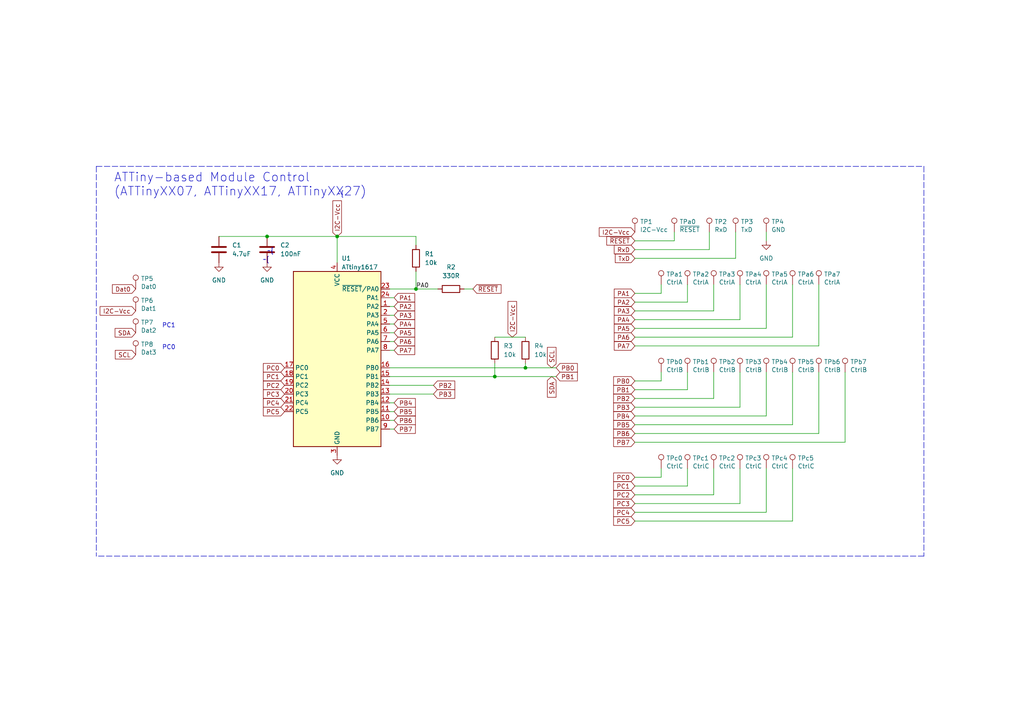
<source format=kicad_sch>
(kicad_sch (version 20211123) (generator eeschema)
  (paper "A4")
  (lib_symbols
    (symbol "Connector:TestPoint" (pin_numbers hide) (pin_names (offset 0.762) hide)
      (property "Reference" "TP" (at 0 6.858 0))
      (property "Value" "TestPoint" (at 0 5.08 0))
      (symbol "TestPoint_0_1"
        (circle (center 0 3.302) (radius 0.762))
      )
      (symbol "TestPoint_1_1"
        (pin passive line (at 0 0 90) (length 2.54) (name "1") (number "1"))
      )
    )
    (symbol "Device:C" (pin_numbers hide) (pin_names (offset 0.254))
      (property "Reference" "C" (at 0.635 2.54 0))
      (property "Value" "C" (at 0.635 -2.54 0))
      (symbol "C_0_1"
        (polyline (pts (xy -2.032 -0.762) (xy 2.032 -0.762)) (stroke (width 0.508)))
        (polyline (pts (xy -2.032 0.762) (xy 2.032 0.762)) (stroke (width 0.508)))
      )
      (symbol "C_1_1"
        (pin passive line (at 0 3.81 270) (length 2.794) (name "~") (number "1"))
        (pin passive line (at 0 -3.81 90) (length 2.794) (name "~") (number "2"))
      )
    )
    (symbol "Device:R" (pin_numbers hide) (pin_names (offset 0))
      (property "Reference" "R" (at 2.032 0 90))
      (property "Value" "R" (at 0 0 90))
      (symbol "R_0_1"
        (rectangle (start -1.016 -2.54) (end 1.016 2.54) (stroke (width 0.254)))
      )
      (symbol "R_1_1"
        (pin passive line (at 0 3.81 270) (length 1.27) (name "~") (number "1"))
        (pin passive line (at 0 -3.81 90) (length 1.27) (name "~") (number "2"))
      )
    )
    (symbol "MCU_Microchip_ATtiny:ATtiny817-M"
      (property "Reference" "U" (at -12.7 26.67 0))
      (property "Value" "ATtiny817-M" (at 2.54 -26.67 0))
      (symbol "ATtiny817-M_0_1"
        (rectangle (start -12.7 -25.4) (end 12.7 25.4) (stroke (width 0.254)) (fill (type background)))
      )
      (symbol "ATtiny817-M_1_1"
        (pin bidirectional line (at 15.24 15.24 180) (length 2.54) (name "PA2") (number "1"))
        (pin bidirectional line (at 15.24 -17.78 180) (length 2.54) (name "PB6") (number "10"))
        (pin bidirectional line (at 15.24 -15.24 180) (length 2.54) (name "PB5") (number "11"))
        (pin bidirectional line (at 15.24 -12.7 180) (length 2.54) (name "PB4") (number "12"))
        (pin bidirectional line (at 15.24 -10.16 180) (length 2.54) (name "PB3") (number "13"))
        (pin bidirectional line (at 15.24 -7.62 180) (length 2.54) (name "PB2") (number "14"))
        (pin bidirectional line (at 15.24 -5.08 180) (length 2.54) (name "PB1") (number "15"))
        (pin bidirectional line (at 15.24 -2.54 180) (length 2.54) (name "PB0") (number "16"))
        (pin bidirectional line (at -15.24 -2.54 0) (length 2.54) (name "PC0") (number "17"))
        (pin bidirectional line (at -15.24 -5.08 0) (length 2.54) (name "PC1") (number "18"))
        (pin bidirectional line (at -15.24 -7.62 0) (length 2.54) (name "PC2") (number "19"))
        (pin bidirectional line (at 15.24 12.7 180) (length 2.54) (name "PA3") (number "2"))
        (pin bidirectional line (at -15.24 -10.16 0) (length 2.54) (name "PC3") (number "20"))
        (pin bidirectional line (at -15.24 -12.7 0) (length 2.54) (name "PC4") (number "21"))
        (pin bidirectional line (at -15.24 -15.24 0) (length 2.54) (name "PC5") (number "22"))
        (pin bidirectional line (at 15.24 20.32 180) (length 2.54) (name "~{RESET}/PA0") (number "23"))
        (pin bidirectional line (at 15.24 17.78 180) (length 2.54) (name "PA1") (number "24"))
        (pin passive line (at 0 -27.94 90) (length 2.54) hide (name "GND") (number "25"))
        (pin power_in line (at 0 -27.94 90) (length 2.54) (name "GND") (number "3"))
        (pin power_in line (at 0 27.94 270) (length 2.54) (name "VCC") (number "4"))
        (pin bidirectional line (at 15.24 10.16 180) (length 2.54) (name "PA4") (number "5"))
        (pin bidirectional line (at 15.24 7.62 180) (length 2.54) (name "PA5") (number "6"))
        (pin bidirectional line (at 15.24 5.08 180) (length 2.54) (name "PA6") (number "7"))
        (pin bidirectional line (at 15.24 2.54 180) (length 2.54) (name "PA7") (number "8"))
        (pin bidirectional line (at 15.24 -20.32 180) (length 2.54) (name "PB7") (number "9"))
      )
    )
    (symbol "power:GND" (power) (pin_names (offset 0))
      (property "Value" "GND" (at 0 -3.81 0))
      (symbol "GND_0_1"
        (polyline (pts (xy 0 0) (xy 0 -1.27) (xy 1.27 -1.27) (xy 0 -2.54) (xy -1.27 -1.27) (xy 0 -1.27)))
      )
      (symbol "GND_1_1"
        (pin power_in line (at 0 0 270) (length 0) hide (name "GND") (number "1"))
      )
    )
  )
  (junction (at 152.4 106.68))
  (junction (at 97.79 68.58))
  (junction (at 120.65 83.82))
  (junction (at 77.47 68.58))
  (junction (at 143.51 109.22))
  (wire (pts (xy 113.03 124.46) (xy 114.3 124.46)))
  (wire (pts (xy 207.01 135.89) (xy 207.01 143.51)))
  (wire (pts (xy 191.77 85.09) (xy 191.77 82.55)))
  (wire (pts (xy 113.03 121.92) (xy 114.3 121.92)))
  (wire (pts (xy 113.03 114.3) (xy 125.73 114.3)))
  (wire (pts (xy 184.15 69.85) (xy 195.58 69.85)))
  (wire (pts (xy 229.87 135.89) (xy 229.87 151.13)))
  (wire (pts (xy 113.03 91.44) (xy 114.3 91.44)))
  (wire (pts (xy 237.49 125.73) (xy 237.49 107.95)))
  (wire (pts (xy 229.87 97.79) (xy 229.87 82.55)))
  (wire (pts (xy 222.25 95.25) (xy 222.25 82.55)))
  (wire (pts (xy 120.65 78.74) (xy 120.65 83.82)))
  (wire (pts (xy 113.03 99.06) (xy 114.3 99.06)))
  (wire (pts (xy 97.79 68.58) (xy 97.79 76.2)))
  (wire (pts (xy 143.51 105.41) (xy 143.51 109.22)))
  (wire (pts (xy 184.15 120.65) (xy 222.25 120.65)))
  (wire (pts (xy 184.15 87.63) (xy 199.39 87.63)))
  (wire (pts (xy 191.77 138.43) (xy 191.77 135.89)))
  (wire (pts (xy 113.03 111.76) (xy 125.73 111.76)))
  (wire (pts (xy 184.15 92.71) (xy 214.63 92.71)))
  (wire (pts (xy 205.74 72.39) (xy 205.74 67.31)))
  (wire (pts (xy 77.47 68.58) (xy 97.79 68.58)))
  (wire (pts (xy 222.25 69.85) (xy 222.25 67.31)))
  (wire (pts (xy 184.15 115.57) (xy 207.01 115.57)))
  (wire (pts (xy 113.03 86.36) (xy 114.3 86.36)))
  (wire (pts (xy 191.77 110.49) (xy 191.77 107.95)))
  (wire (pts (xy 113.03 93.98) (xy 114.3 93.98)))
  (wire (pts (xy 214.63 107.95) (xy 214.63 118.11)))
  (wire (pts (xy 152.4 106.68) (xy 113.03 106.68)))
  (wire (pts (xy 184.15 110.49) (xy 191.77 110.49)))
  (wire (pts (xy 113.03 96.52) (xy 114.3 96.52)))
  (wire (pts (xy 184.15 148.59) (xy 222.25 148.59)))
  (wire (pts (xy 113.03 119.38) (xy 114.3 119.38)))
  (wire (pts (xy 184.15 74.93) (xy 213.36 74.93)))
  (wire (pts (xy 184.15 140.97) (xy 199.39 140.97)))
  (wire (pts (xy 113.03 83.82) (xy 120.65 83.82)))
  (wire (pts (xy 184.15 97.79) (xy 229.87 97.79)))
  (wire (pts (xy 184.15 151.13) (xy 229.87 151.13)))
  (wire (pts (xy 63.5 68.58) (xy 77.47 68.58)))
  (wire (pts (xy 184.15 113.03) (xy 199.39 113.03)))
  (wire (pts (xy 199.39 113.03) (xy 199.39 107.95)))
  (wire (pts (xy 184.15 90.17) (xy 207.01 90.17)))
  (wire (pts (xy 184.15 138.43) (xy 191.77 138.43)))
  (polyline (pts (xy 27.94 48.26) (xy 267.97 48.26)))
  (wire (pts (xy 184.15 118.11) (xy 214.63 118.11)))
  (wire (pts (xy 229.87 123.19) (xy 229.87 107.95)))
  (wire (pts (xy 120.65 68.58) (xy 120.65 71.12)))
  (polyline (pts (xy 27.94 48.26) (xy 27.94 161.29)))
  (wire (pts (xy 184.15 128.27) (xy 245.11 128.27)))
  (wire (pts (xy 120.65 83.82) (xy 127 83.82)))
  (wire (pts (xy 184.15 85.09) (xy 191.77 85.09)))
  (wire (pts (xy 184.15 95.25) (xy 222.25 95.25)))
  (polyline (pts (xy 267.97 48.26) (xy 267.97 161.29)))
  (wire (pts (xy 195.58 69.85) (xy 195.58 67.31)))
  (wire (pts (xy 97.79 68.58) (xy 120.65 68.58)))
  (wire (pts (xy 214.63 82.55) (xy 214.63 92.71)))
  (wire (pts (xy 207.01 115.57) (xy 207.01 107.95)))
  (wire (pts (xy 199.39 140.97) (xy 199.39 135.89)))
  (wire (pts (xy 245.11 128.27) (xy 245.11 107.95)))
  (wire (pts (xy 143.51 97.79) (xy 152.4 97.79)))
  (wire (pts (xy 207.01 90.17) (xy 207.01 82.55)))
  (wire (pts (xy 184.15 125.73) (xy 237.49 125.73)))
  (wire (pts (xy 222.25 135.89) (xy 222.25 148.59)))
  (wire (pts (xy 184.15 72.39) (xy 205.74 72.39)))
  (wire (pts (xy 184.15 146.05) (xy 214.63 146.05)))
  (wire (pts (xy 113.03 101.6) (xy 114.3 101.6)))
  (wire (pts (xy 213.36 74.93) (xy 213.36 67.31)))
  (wire (pts (xy 134.62 83.82) (xy 137.16 83.82)))
  (wire (pts (xy 143.51 109.22) (xy 113.03 109.22)))
  (polyline (pts (xy 267.97 161.29) (xy 27.94 161.29)))
  (wire (pts (xy 184.15 143.51) (xy 207.01 143.51)))
  (wire (pts (xy 152.4 105.41) (xy 152.4 106.68)))
  (wire (pts (xy 222.25 120.65) (xy 222.25 107.95)))
  (wire (pts (xy 237.49 100.33) (xy 237.49 82.55)))
  (wire (pts (xy 199.39 87.63) (xy 199.39 82.55)))
  (wire (pts (xy 214.63 135.89) (xy 214.63 146.05)))
  (wire (pts (xy 113.03 88.9) (xy 114.3 88.9)))
  (wire (pts (xy 161.29 109.22) (xy 143.51 109.22)))
  (wire (pts (xy 113.03 116.84) (xy 114.3 116.84)))
  (wire (pts (xy 184.15 100.33) (xy 237.49 100.33)))
  (wire (pts (xy 184.15 123.19) (xy 229.87 123.19)))
  (wire (pts (xy 161.29 106.68) (xy 152.4 106.68)))
  (text "~{" (at 77.47 73.66 0) (effects (font (size 1.27 1.27)) (justify left bottom)))
  (text "PC0" (at 46.99 101.6 0) (effects (font (size 1.27 1.27)) (justify left bottom)))
  (text "~{" (at 76.2 76.2 0) (effects (font (size 1.27 1.27)) (justify left bottom)))
  (text "ATTiny-based Module Control\n(ATTinyXX07, ATTinyXX17, ATTinyXX27)" (at 33.02 57.15 0) (effects (font (size 2.54 2.54)) (justify left bottom)))
  (text "PC1" (at 46.99 95.25 0) (effects (font (size 1.27 1.27)) (justify left bottom)))
  (text "~{" (at 97.79 57.15 0) (effects (font (size 1.27 1.27)) (justify left bottom)))
  (label "PA0" (at 120.65 83.82 0))
  (global_label "RxD" (shape input) (at 184.15 72.39 180) (property "Intersheet References" "${INTERSHEET_REFS}" (effects hide)))
  (global_label "PB6" (shape input) (at 114.3 121.92 0) (property "Intersheet References" "${INTERSHEET_REFS}" (effects hide)))
  (global_label "I2C-Vcc" (shape input) (at 97.79 68.58 90) (property "Intersheet References" "${INTERSHEET_REFS}" (effects hide)))
  (global_label "PB1" (shape input) (at 184.15 113.03 180) (property "Intersheet References" "${INTERSHEET_REFS}" (effects hide)))
  (global_label "PB4" (shape input) (at 184.15 120.65 180) (property "Intersheet References" "${INTERSHEET_REFS}" (effects hide)))
  (global_label "SCL" (shape input) (at 160.02 106.68 90) (property "Intersheet References" "${INTERSHEET_REFS}" (effects hide)))
  (global_label "PA4" (shape input) (at 184.15 92.71 180) (property "Intersheet References" "${INTERSHEET_REFS}" (effects hide)))
  (global_label "TxD" (shape input) (at 184.15 74.93 180) (property "Intersheet References" "${INTERSHEET_REFS}" (effects hide)))
  (global_label "PB0" (shape input) (at 184.15 110.49 180) (property "Intersheet References" "${INTERSHEET_REFS}" (effects hide)))
  (global_label "SDA" (shape input) (at 160.02 109.22 270) (property "Intersheet References" "${INTERSHEET_REFS}" (effects hide)))
  (global_label "PC3" (shape input) (at 184.15 146.05 180) (property "Intersheet References" "${INTERSHEET_REFS}" (effects hide)))
  (global_label "PA2" (shape input) (at 114.3 88.9 0) (property "Intersheet References" "${INTERSHEET_REFS}" (effects hide)))
  (global_label "I2C-Vcc" (shape input) (at 184.15 67.31 180) (property "Intersheet References" "${INTERSHEET_REFS}" (effects hide)))
  (global_label "PC4" (shape input) (at 184.15 148.59 180) (property "Intersheet References" "${INTERSHEET_REFS}" (effects hide)))
  (global_label "PA2" (shape input) (at 184.15 87.63 180) (property "Intersheet References" "${INTERSHEET_REFS}" (effects hide)))
  (global_label "PA6" (shape input) (at 114.3 99.06 0) (property "Intersheet References" "${INTERSHEET_REFS}" (effects hide)))
  (global_label "PB3" (shape input) (at 184.15 118.11 180) (property "Intersheet References" "${INTERSHEET_REFS}" (effects hide)))
  (global_label "SDA" (shape input) (at 39.37 96.52 180) (property "Intersheet References" "${INTERSHEET_REFS}" (effects hide)))
  (global_label "PB6" (shape input) (at 184.15 125.73 180) (property "Intersheet References" "${INTERSHEET_REFS}" (effects hide)))
  (global_label "PA5" (shape input) (at 184.15 95.25 180) (property "Intersheet References" "${INTERSHEET_REFS}" (effects hide)))
  (global_label "PC3" (shape input) (at 82.55 114.3 180) (property "Intersheet References" "${INTERSHEET_REFS}" (effects hide)))
  (global_label "PC2" (shape input) (at 184.15 143.51 180) (property "Intersheet References" "${INTERSHEET_REFS}" (effects hide)))
  (global_label "PA4" (shape input) (at 114.3 93.98 0) (property "Intersheet References" "${INTERSHEET_REFS}" (effects hide)))
  (global_label "~{RESET}" (shape input) (at 184.15 69.85 180) (property "Intersheet References" "${INTERSHEET_REFS}" (effects hide)))
  (global_label "PB5" (shape input) (at 184.15 123.19 180) (property "Intersheet References" "${INTERSHEET_REFS}" (effects hide)))
  (global_label "PC0" (shape input) (at 184.15 138.43 180) (property "Intersheet References" "${INTERSHEET_REFS}" (effects hide)))
  (global_label "PA3" (shape input) (at 184.15 90.17 180) (property "Intersheet References" "${INTERSHEET_REFS}" (effects hide)))
  (global_label "PB5" (shape input) (at 114.3 119.38 0) (property "Intersheet References" "${INTERSHEET_REFS}" (effects hide)))
  (global_label "PB1" (shape input) (at 161.29 109.22 0) (property "Intersheet References" "${INTERSHEET_REFS}" (effects hide)))
  (global_label "PC1" (shape input) (at 82.55 109.22 180) (property "Intersheet References" "${INTERSHEET_REFS}" (effects hide)))
  (global_label "PA1" (shape input) (at 184.15 85.09 180) (property "Intersheet References" "${INTERSHEET_REFS}" (effects hide)))
  (global_label "PB2" (shape input) (at 125.73 111.76 0) (property "Intersheet References" "${INTERSHEET_REFS}" (effects hide)))
  (global_label "PA7" (shape input) (at 184.15 100.33 180) (property "Intersheet References" "${INTERSHEET_REFS}" (effects hide)))
  (global_label "PA3" (shape input) (at 114.3 91.44 0) (property "Intersheet References" "${INTERSHEET_REFS}" (effects hide)))
  (global_label "PB2" (shape input) (at 184.15 115.57 180) (property "Intersheet References" "${INTERSHEET_REFS}" (effects hide)))
  (global_label "PC5" (shape input) (at 82.55 119.38 180) (property "Intersheet References" "${INTERSHEET_REFS}" (effects hide)))
  (global_label "~{RESET}" (shape input) (at 137.16 83.82 0) (property "Intersheet References" "${INTERSHEET_REFS}" (effects hide)))
  (global_label "PA6" (shape input) (at 184.15 97.79 180) (property "Intersheet References" "${INTERSHEET_REFS}" (effects hide)))
  (global_label "PC5" (shape input) (at 184.15 151.13 180) (property "Intersheet References" "${INTERSHEET_REFS}" (effects hide)))
  (global_label "Dat0" (shape input) (at 39.37 83.82 180) (property "Intersheet References" "${INTERSHEET_REFS}" (effects hide)))
  (global_label "PB7" (shape input) (at 184.15 128.27 180) (property "Intersheet References" "${INTERSHEET_REFS}" (effects hide)))
  (global_label "PB3" (shape input) (at 125.73 114.3 0) (property "Intersheet References" "${INTERSHEET_REFS}" (effects hide)))
  (global_label "PC4" (shape input) (at 82.55 116.84 180) (property "Intersheet References" "${INTERSHEET_REFS}" (effects hide)))
  (global_label "SCL" (shape input) (at 39.37 102.87 180) (property "Intersheet References" "${INTERSHEET_REFS}" (effects hide)))
  (global_label "PB7" (shape input) (at 114.3 124.46 0) (property "Intersheet References" "${INTERSHEET_REFS}" (effects hide)))
  (global_label "PC0" (shape input) (at 82.55 106.68 180) (property "Intersheet References" "${INTERSHEET_REFS}" (effects hide)))
  (global_label "PC1" (shape input) (at 184.15 140.97 180) (property "Intersheet References" "${INTERSHEET_REFS}" (effects hide)))
  (global_label "PA1" (shape input) (at 114.3 86.36 0) (property "Intersheet References" "${INTERSHEET_REFS}" (effects hide)))
  (global_label "PC2" (shape input) (at 82.55 111.76 180) (property "Intersheet References" "${INTERSHEET_REFS}" (effects hide)))
  (global_label "I2C-Vcc" (shape input) (at 148.59 97.79 90) (property "Intersheet References" "${INTERSHEET_REFS}" (effects hide)))
  (global_label "PA5" (shape input) (at 114.3 96.52 0) (property "Intersheet References" "${INTERSHEET_REFS}" (effects hide)))
  (global_label "PB4" (shape input) (at 114.3 116.84 0) (property "Intersheet References" "${INTERSHEET_REFS}" (effects hide)))
  (global_label "I2C-Vcc" (shape input) (at 39.37 90.17 180) (property "Intersheet References" "${INTERSHEET_REFS}" (effects hide)))
  (global_label "PB0" (shape input) (at 161.29 106.68 0) (property "Intersheet References" "${INTERSHEET_REFS}" (effects hide)))
  (global_label "PA7" (shape input) (at 114.3 101.6 0) (property "Intersheet References" "${INTERSHEET_REFS}" (effects hide)))
  (symbol (lib_id "Connector:TestPoint") (at 39.37 83.82 0) (unit 1) (in_bom no)
    (property "Reference" "TP5" (at 40.8432 80.8228 0) (effects (justify left)))
    (property "Value" "Dat0" (at 40.8432 83.1342 0) (effects (justify left)))
    (property "Footprint" "tinker:TestPoint_THTPad_D1.0mm_Drill0.5mm" (effects hide))
  )
  (symbol (lib_id "Connector:TestPoint") (at 39.37 102.87 0) (unit 1) (in_bom no)
    (property "Reference" "TP8" (at 40.8432 99.8728 0) (effects (justify left)))
    (property "Value" "Dat3" (at 40.8432 102.1842 0) (effects (justify left)))
    (property "Footprint" "tinker:TestPoint_THTPad_D1.0mm_Drill0.5mm" (effects hide))
  )
  (symbol (lib_id "Connector:TestPoint") (at 214.63 135.89 0) (unit 1) (in_bom no)
    (property "Reference" "TPc3" (at 216.1032 132.8928 0) (effects (justify left)))
    (property "Value" "CtrlC" (at 216.1032 135.2042 0) (effects (justify left)))
    (property "Footprint" "tinker:TestPoint_THTPad_D1.0mm_Drill0.5mm" (effects hide))
  )
  (symbol (lib_id "Connector:TestPoint") (at 214.63 107.95 0) (unit 1) (in_bom no)
    (property "Reference" "TPb3" (at 216.1032 104.9528 0) (effects (justify left)))
    (property "Value" "CtrlB" (at 216.1032 107.2642 0) (effects (justify left)))
    (property "Footprint" "tinker:TestPoint_THTPad_D1.0mm_Drill0.5mm" (effects hide))
  )
  (symbol (lib_id "Connector:TestPoint") (at 191.77 82.55 0) (unit 1) (in_bom no)
    (property "Reference" "TPa1" (at 193.2432 79.5528 0) (effects (justify left)))
    (property "Value" "CtrlA" (at 193.2432 81.8642 0) (effects (justify left)))
    (property "Footprint" "tinker:TestPoint_THTPad_D1.0mm_Drill0.5mm" (effects hide))
  )
  (symbol (lib_id "Connector:TestPoint") (at 222.25 67.31 0) (unit 1) (in_bom no)
    (property "Reference" "TP4" (at 223.7232 64.3128 0) (effects (justify left)))
    (property "Value" "GND" (at 223.7232 66.6242 0) (effects (justify left)))
    (property "Footprint" "tinker:TestPoint_THTPad_D1.0mm_Drill0.5mm" (effects hide))
  )
  (symbol (lib_id "Device:R") (at 120.65 74.93 0) (unit 1)
    (property "Reference" "R1" (at 123.19 73.6599 0) (effects (justify left)))
    (property "Value" "10k" (at 123.19 76.1999 0) (effects (justify left)))
    (property "Footprint" "Resistor_SMD:R_0603_1608Metric" (effects hide))
    (property "LCSC" "C25804" (effects hide))
  )
  (symbol (lib_id "Connector:TestPoint") (at 205.74 67.31 0) (unit 1) (in_bom no) (on_board no)
    (property "Reference" "TP2" (at 207.2132 64.3128 0) (effects (justify left)))
    (property "Value" "RxD" (at 207.2132 66.6242 0) (effects (justify left)))
    (property "Footprint" "tinker:TestPoint_THTPad_D1.0mm_Drill0.5mm" (effects hide))
  )
  (symbol (lib_id "Connector:TestPoint") (at 195.58 67.31 0) (unit 1) (in_bom no)
    (property "Reference" "TPa0" (at 197.0532 64.3128 0) (effects (justify left)))
    (property "Value" "~{RESET}" (at 197.0532 66.6242 0) (effects (justify left)))
    (property "Footprint" "tinker:TestPoint_THTPad_D1.0mm_Drill0.5mm" (effects hide))
  )
  (symbol (lib_id "Connector:TestPoint") (at 191.77 135.89 0) (unit 1) (in_bom no)
    (property "Reference" "TPc0" (at 193.2432 132.8928 0) (effects (justify left)))
    (property "Value" "CtrlC" (at 193.2432 135.2042 0) (effects (justify left)))
    (property "Footprint" "tinker:TestPoint_THTPad_D1.0mm_Drill0.5mm" (effects hide))
  )
  (symbol (lib_id "Connector:TestPoint") (at 39.37 96.52 0) (unit 1) (in_bom no)
    (property "Reference" "TP7" (at 40.8432 93.5228 0) (effects (justify left)))
    (property "Value" "Dat2" (at 40.8432 95.8342 0) (effects (justify left)))
    (property "Footprint" "tinker:TestPoint_THTPad_D1.0mm_Drill0.5mm" (effects hide))
  )
  (symbol (lib_id "Connector:TestPoint") (at 222.25 82.55 0) (unit 1) (in_bom no)
    (property "Reference" "TPa5" (at 223.7232 79.5528 0) (effects (justify left)))
    (property "Value" "CtrlA" (at 223.7232 81.8642 0) (effects (justify left)))
    (property "Footprint" "tinker:TestPoint_THTPad_D1.0mm_Drill0.5mm" (effects hide))
  )
  (symbol (lib_id "Connector:TestPoint") (at 237.49 82.55 0) (unit 1) (in_bom no)
    (property "Reference" "TPa7" (at 238.9632 79.5528 0) (effects (justify left)))
    (property "Value" "CtrlA" (at 238.9632 81.8642 0) (effects (justify left)))
    (property "Footprint" "tinker:TestPoint_THTPad_D1.0mm_Drill0.5mm" (effects hide))
  )
  (symbol (lib_id "Connector:TestPoint") (at 207.01 82.55 0) (unit 1) (in_bom no)
    (property "Reference" "TPa3" (at 208.4832 79.5528 0) (effects (justify left)))
    (property "Value" "CtrlA" (at 208.4832 81.8642 0) (effects (justify left)))
    (property "Footprint" "tinker:TestPoint_THTPad_D1.0mm_Drill0.5mm" (effects hide))
  )
  (symbol (lib_id "Connector:TestPoint") (at 184.15 67.31 0) (unit 1) (in_bom no)
    (property "Reference" "TP1" (at 185.6232 64.3128 0) (effects (justify left)))
    (property "Value" "I2C-Vcc" (at 185.6232 66.6242 0) (effects (justify left)))
    (property "Footprint" "tinker:TestPoint_THTPad_D1.0mm_Drill0.5mm" (effects hide))
  )
  (symbol (lib_id "Connector:TestPoint") (at 214.63 82.55 0) (unit 1) (in_bom no)
    (property "Reference" "TPa4" (at 216.1032 79.5528 0) (effects (justify left)))
    (property "Value" "CtrlA" (at 216.1032 81.8642 0) (effects (justify left)))
    (property "Footprint" "tinker:TestPoint_THTPad_D1.0mm_Drill0.5mm" (effects hide))
  )
  (symbol (lib_id "power:GND") (at 97.79 132.08 0) (unit 1)
    (property "Reference" "#PWR04" (effects hide))
    (property "Value" "GND" (at 97.79 137.16 0))
  )
  (symbol (lib_id "Connector:TestPoint") (at 191.77 107.95 0) (unit 1) (in_bom no)
    (property "Reference" "TPb0" (at 193.2432 104.9528 0) (effects (justify left)))
    (property "Value" "CtrlB" (at 193.2432 107.2642 0) (effects (justify left)))
    (property "Footprint" "tinker:TestPoint_THTPad_D1.0mm_Drill0.5mm" (effects hide))
  )
  (symbol (lib_id "Connector:TestPoint") (at 207.01 107.95 0) (unit 1) (in_bom no)
    (property "Reference" "TPb2" (at 208.4832 104.9528 0) (effects (justify left)))
    (property "Value" "CtrlB" (at 208.4832 107.2642 0) (effects (justify left)))
    (property "Footprint" "tinker:TestPoint_THTPad_D1.0mm_Drill0.5mm" (effects hide))
  )
  (symbol (lib_id "Connector:TestPoint") (at 199.39 135.89 0) (unit 1) (in_bom no)
    (property "Reference" "TPc1" (at 200.8632 132.8928 0) (effects (justify left)))
    (property "Value" "CtrlC" (at 200.8632 135.2042 0) (effects (justify left)))
    (property "Footprint" "tinker:TestPoint_THTPad_D1.0mm_Drill0.5mm" (effects hide))
  )
  (symbol (lib_id "Connector:TestPoint") (at 222.25 135.89 0) (unit 1) (in_bom no)
    (property "Reference" "TPc4" (at 223.7232 132.8928 0) (effects (justify left)))
    (property "Value" "CtrlC" (at 223.7232 135.2042 0) (effects (justify left)))
    (property "Footprint" "tinker:TestPoint_THTPad_D1.0mm_Drill0.5mm" (effects hide))
  )
  (symbol (lib_id "Connector:TestPoint") (at 237.49 107.95 0) (unit 1) (in_bom no)
    (property "Reference" "TPb6" (at 238.9632 104.9528 0) (effects (justify left)))
    (property "Value" "CtrlB" (at 238.9632 107.2642 0) (effects (justify left)))
    (property "Footprint" "tinker:TestPoint_THTPad_D1.0mm_Drill0.5mm" (effects hide))
  )
  (symbol (lib_id "Connector:TestPoint") (at 229.87 107.95 0) (unit 1) (in_bom no)
    (property "Reference" "TPb5" (at 231.3432 104.9528 0) (effects (justify left)))
    (property "Value" "CtrlB" (at 231.3432 107.2642 0) (effects (justify left)))
    (property "Footprint" "tinker:TestPoint_THTPad_D1.0mm_Drill0.5mm" (effects hide))
  )
  (symbol (lib_id "Connector:TestPoint") (at 245.11 107.95 0) (unit 1) (in_bom no)
    (property "Reference" "TPb7" (at 246.5832 104.9528 0) (effects (justify left)))
    (property "Value" "CtrlB" (at 246.5832 107.2642 0) (effects (justify left)))
    (property "Footprint" "tinker:TestPoint_THTPad_D1.0mm_Drill0.5mm" (effects hide))
  )
  (symbol (lib_id "Connector:TestPoint") (at 229.87 82.55 0) (unit 1) (in_bom no)
    (property "Reference" "TPa6" (at 231.3432 79.5528 0) (effects (justify left)))
    (property "Value" "CtrlA" (at 231.3432 81.8642 0) (effects (justify left)))
    (property "Footprint" "tinker:TestPoint_THTPad_D1.0mm_Drill0.5mm" (effects hide))
  )
  (symbol (lib_id "MCU_Microchip_ATtiny:ATtiny817-M") (at 97.79 104.14 0) (unit 1)
    (property "Reference" "U1" (at 99.06 74.93 0) (effects (justify left)))
    (property "Value" "ATtiny1617" (at 99.06 77.47 0) (effects (justify left)))
    (property "Footprint" "Package_DFN_QFN:QFN-24-1EP_4x4mm_P0.5mm_EP2.6x2.6mm" (effects hide))
    (property "Datasheet" "http://ww1.microchip.com/downloads/en/DeviceDoc/40001901B.pdf" (effects hide))
    (property "LCSC" "C1340514" (effects hide))
  )
  (symbol (lib_id "Connector:TestPoint") (at 222.25 107.95 0) (unit 1) (in_bom no)
    (property "Reference" "TPb4" (at 223.7232 104.9528 0) (effects (justify left)))
    (property "Value" "CtrlB" (at 223.7232 107.2642 0) (effects (justify left)))
    (property "Footprint" "tinker:TestPoint_THTPad_D1.0mm_Drill0.5mm" (effects hide))
  )
  (symbol (lib_id "power:GND") (at 63.5 76.2 0) (unit 1)
    (property "Reference" "#PWR02" (effects hide))
    (property "Value" "GND" (at 63.5 81.28 0))
  )
  (symbol (lib_id "power:GND") (at 77.47 76.2 0) (unit 1)
    (property "Reference" "#PWR03" (effects hide))
    (property "Value" "GND" (at 77.47 81.28 0))
  )
  (symbol (lib_id "Connector:TestPoint") (at 199.39 107.95 0) (unit 1) (in_bom no)
    (property "Reference" "TPb1" (at 200.8632 104.9528 0) (effects (justify left)))
    (property "Value" "CtrlB" (at 200.8632 107.2642 0) (effects (justify left)))
    (property "Footprint" "tinker:TestPoint_THTPad_D1.0mm_Drill0.5mm" (effects hide))
  )
  (symbol (lib_id "Connector:TestPoint") (at 207.01 135.89 0) (unit 1) (in_bom no)
    (property "Reference" "TPc2" (at 208.4832 132.8928 0) (effects (justify left)))
    (property "Value" "CtrlC" (at 208.4832 135.2042 0) (effects (justify left)))
    (property "Footprint" "tinker:TestPoint_THTPad_D1.0mm_Drill0.5mm" (effects hide))
  )
  (symbol (lib_id "Connector:TestPoint") (at 39.37 90.17 0) (unit 1) (in_bom no)
    (property "Reference" "TP6" (at 40.8432 87.1728 0) (effects (justify left)))
    (property "Value" "Dat1" (at 40.8432 89.4842 0) (effects (justify left)))
    (property "Footprint" "tinker:TestPoint_THTPad_D1.0mm_Drill0.5mm" (effects hide))
  )
  (symbol (lib_id "Device:C") (at 63.5 72.39 0) (unit 1)
    (property "Reference" "C1" (at 67.31 71.1199 0) (effects (justify left)))
    (property "Value" "4.7uF" (at 67.31 73.6599 0) (effects (justify left)))
    (property "Footprint" "Capacitor_SMD:C_0805_2012Metric" (effects hide))
    (property "LCSC" "C107153" (effects hide))
  )
  (symbol (lib_id "Device:R") (at 152.4 101.6 0) (unit 1)
    (property "Reference" "R4" (at 154.94 100.3299 0) (effects (justify left)))
    (property "Value" "10k" (at 154.94 102.8699 0) (effects (justify left)))
    (property "Footprint" "Resistor_SMD:R_0603_1608Metric" (effects hide))
    (property "LCSC" "C25804" (effects hide))
  )
  (symbol (lib_id "Connector:TestPoint") (at 229.87 135.89 0) (unit 1) (in_bom no)
    (property "Reference" "TPc5" (at 231.3432 132.8928 0) (effects (justify left)))
    (property "Value" "CtrlC" (at 231.3432 135.2042 0) (effects (justify left)))
    (property "Footprint" "tinker:TestPoint_THTPad_D1.0mm_Drill0.5mm" (effects hide))
  )
  (symbol (lib_id "Device:C") (at 77.47 72.39 0) (unit 1)
    (property "Reference" "C2" (at 81.28 71.1199 0) (effects (justify left)))
    (property "Value" "100nF" (at 81.28 73.6599 0) (effects (justify left)))
    (property "Footprint" "Capacitor_SMD:C_0603_1608Metric" (effects hide))
    (property "LCSC" "C14663" (effects hide))
  )
  (symbol (lib_id "Connector:TestPoint") (at 199.39 82.55 0) (unit 1) (in_bom no)
    (property "Reference" "TPa2" (at 200.8632 79.5528 0) (effects (justify left)))
    (property "Value" "CtrlA" (at 200.8632 81.8642 0) (effects (justify left)))
    (property "Footprint" "tinker:TestPoint_THTPad_D1.0mm_Drill0.5mm" (effects hide))
  )
  (symbol (lib_id "Connector:TestPoint") (at 213.36 67.31 0) (unit 1) (in_bom no) (on_board no)
    (property "Reference" "TP3" (at 214.8332 64.3128 0) (effects (justify left)))
    (property "Value" "TxD" (at 214.8332 66.6242 0) (effects (justify left)))
    (property "Footprint" "tinker:TestPoint_THTPad_D1.0mm_Drill0.5mm" (effects hide))
  )
  (symbol (lib_id "power:GND") (at 222.25 69.85 0) (unit 1)
    (property "Reference" "#PWR01" (effects hide))
    (property "Value" "GND" (at 222.25 74.93 0))
  )
  (symbol (lib_id "Device:R") (at 130.81 83.82 90) (unit 1)
    (property "Reference" "R2" (at 130.81 77.47 90))
    (property "Value" "330R" (at 130.81 80.01 90))
    (property "Footprint" "Resistor_SMD:R_0603_1608Metric" (effects hide))
    (property "LCSC" "C23138" (effects hide))
  )
  (symbol (lib_id "Device:R") (at 143.51 101.6 0) (unit 1)
    (property "Reference" "R3" (at 146.05 100.3299 0) (effects (justify left)))
    (property "Value" "10k" (at 146.05 102.8699 0) (effects (justify left)))
    (property "Footprint" "Resistor_SMD:R_0603_1608Metric" (effects hide))
    (property "LCSC" "C25804" (effects hide))
  )
)
</source>
